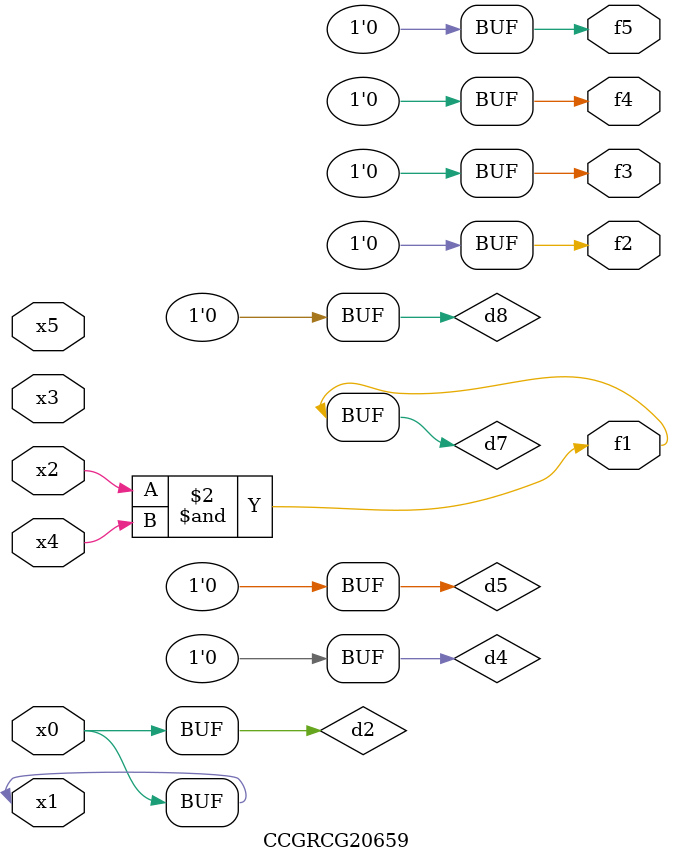
<source format=v>
module CCGRCG20659(
	input x0, x1, x2, x3, x4, x5,
	output f1, f2, f3, f4, f5
);

	wire d1, d2, d3, d4, d5, d6, d7, d8, d9;

	nand (d1, x1);
	buf (d2, x0, x1);
	nand (d3, x2, x4);
	and (d4, d1, d2);
	and (d5, d1, d2);
	nand (d6, d1, d3);
	not (d7, d3);
	xor (d8, d5);
	nor (d9, d5, d6);
	assign f1 = d7;
	assign f2 = d8;
	assign f3 = d8;
	assign f4 = d8;
	assign f5 = d8;
endmodule

</source>
